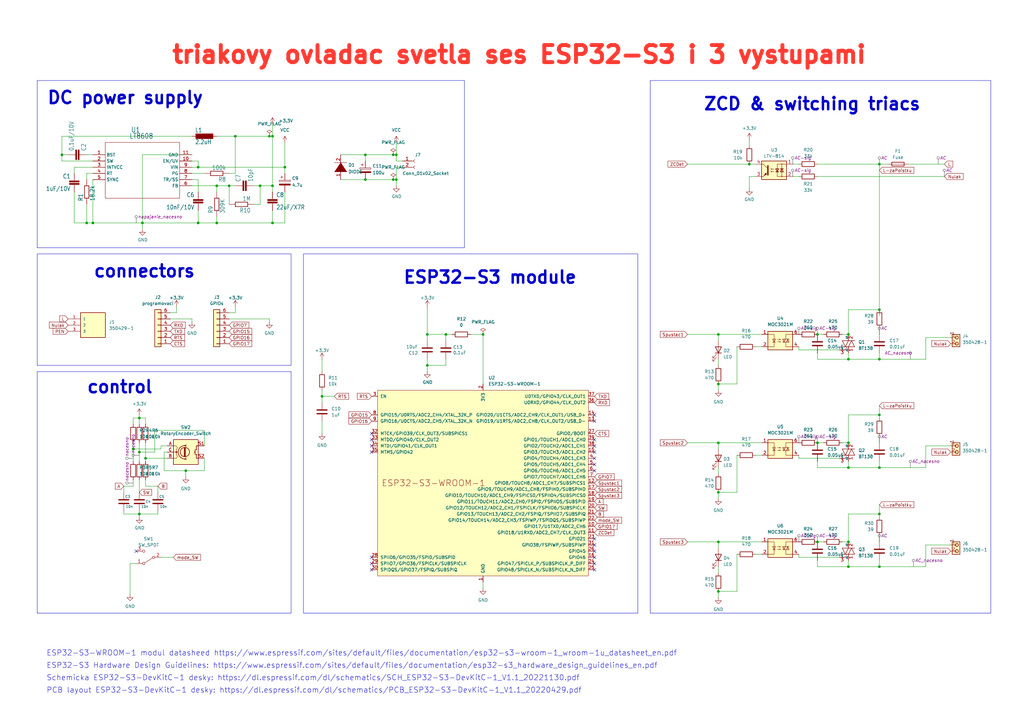
<source format=kicad_sch>
(kicad_sch (version 20230121) (generator eeschema)
  (paper "A3")
  (title_block (title "triakovi ovladac svetla ses esp32 i 3 vystupami"))
  (lib_symbols
    (symbol "350428-1:350428-1" (pin_names (offset 1.016))
      (property "Reference" "J" (at 5.0861 0 0))
      (property "Value" "350428-1" (at 5.0846 -3.8135 0))
      (symbol "350428-1_0_0"
        (text "1" (at -2.5429 -1.2715 0) (effects (font (size 1.2715 1.2715)) (justify left bottom)))
        (pin passive line (at 0 -2.54 90) (length 2.54) (name "~") (number "1"))
        (pin passive line (at 2.54 -2.54 90) (length 2.54) (name "~") (number "2"))
      )
    )
    (symbol "350429-1:350429-1" (pin_names (offset 1.016))
      (property "Reference" "J" (at -5.08 6.35 0))
      (property "Value" "350429-1" (at -5.08 -7.62 0))
      (symbol "350429-1_0_0"
        (pin passive line (at -10.16 2.54 0) (length 5.08) (name "1") (number "1"))
        (pin passive line (at -10.16 0 0) (length 5.08) (name "2") (number "2"))
        (pin passive line (at -10.16 -2.54 0) (length 5.08) (name "3") (number "3"))
      )
    )
    (symbol "Connector:Conn_01x02_Socket" (pin_names (offset 1.016) hide)
      (property "Reference" "J" (at 0 2.54 0))
      (property "Value" "Conn_01x02_Socket" (at 0 -5.08 0))
      (symbol "Conn_01x02_Socket_1_1"
        (pin passive line (at -5.08 0 0) (length 3.81) (name "Pin_1") (number "1"))
        (pin passive line (at -5.08 -2.54 0) (length 3.81) (name "Pin_2") (number "2"))
      )
    )
    (symbol "Connector_Generic:Conn_01x06" (pin_names (offset 1.016) hide)
      (property "Reference" "J" (at 0 7.62 0))
      (property "Value" "Conn_01x06" (at 0 -10.16 0))
      (symbol "Conn_01x06_1_1"
        (pin passive line (at -5.08 5.08 0) (length 3.81) (name "Pin_1") (number "1"))
        (pin passive line (at -5.08 2.54 0) (length 3.81) (name "Pin_2") (number "2"))
        (pin passive line (at -5.08 0 0) (length 3.81) (name "Pin_3") (number "3"))
        (pin passive line (at -5.08 -2.54 0) (length 3.81) (name "Pin_4") (number "4"))
        (pin passive line (at -5.08 -5.08 0) (length 3.81) (name "Pin_5") (number "5"))
        (pin passive line (at -5.08 -7.62 0) (length 3.81) (name "Pin_6") (number "6"))
      )
    )
    (symbol "Device:C" (pin_numbers hide) (pin_names (offset 0.254))
      (property "Reference" "C" (at 0.635 2.54 0))
      (property "Value" "C" (at 0.635 -2.54 0))
      (symbol "C_1_1"
        (pin passive line (at 0 3.81 270) (length 2.794) (name "~") (number "1"))
        (pin passive line (at 0 -3.81 90) (length 2.794) (name "~") (number "2"))
      )
    )
    (symbol "Device:C_Polarized" (pin_numbers hide) (pin_names (offset 0.254))
      (property "Reference" "C" (at 0.635 2.54 0))
      (property "Value" "C_Polarized" (at 0.635 -2.54 0))
      (symbol "C_Polarized_1_1"
        (pin passive line (at 0 3.81 270) (length 2.794) (name "~") (number "1"))
        (pin passive line (at 0 -3.81 90) (length 2.794) (name "~") (number "2"))
      )
    )
    (symbol "Device:Fuse" (pin_numbers hide) (pin_names (offset 0))
      (property "Reference" "F" (at 2.032 0 90))
      (property "Value" "Fuse" (at -1.905 0 90))
      (symbol "Fuse_1_1"
        (pin passive line (at 0 3.81 270) (length 1.27) (name "~") (number "1"))
        (pin passive line (at 0 -3.81 90) (length 1.27) (name "~") (number "2"))
      )
    )
    (symbol "Device:LED" (pin_numbers hide) (pin_names (offset 1.016) hide)
      (property "Reference" "D" (at 0 2.54 0))
      (property "Value" "LED" (at 0 -2.54 0))
      (symbol "LED_1_1"
        (pin passive line (at -3.81 0 0) (length 2.54) (name "K") (number "1"))
        (pin passive line (at 3.81 0 180) (length 2.54) (name "A") (number "2"))
      )
    )
    (symbol "Device:R" (pin_numbers hide) (pin_names (offset 0))
      (property "Reference" "R" (at 2.032 0 90))
      (property "Value" "R" (at 0 0 90))
      (symbol "R_1_1"
        (pin passive line (at 0 3.81 270) (length 1.27) (name "~") (number "1"))
        (pin passive line (at 0 -3.81 90) (length 1.27) (name "~") (number "2"))
      )
    )
    (symbol "Device:RotaryEncoder_Switch" (pin_names (offset 0.254) hide)
      (property "Reference" "SW" (at 0 6.604 0))
      (property "Value" "RotaryEncoder_Switch" (at 0 -6.604 0))
      (symbol "RotaryEncoder_Switch_1_1"
        (pin passive line (at -7.62 2.54 0) (length 2.54) (name "A") (number "A"))
        (pin passive line (at -7.62 -2.54 0) (length 2.54) (name "B") (number "B"))
        (pin passive line (at -7.62 0 0) (length 2.54) (name "C") (number "C"))
        (pin passive line (at 7.62 2.54 180) (length 2.54) (name "S1") (number "S1"))
        (pin passive line (at 7.62 -2.54 180) (length 2.54) (name "S2") (number "S2"))
      )
    )
    (symbol "Isolator:LTV-814" (pin_names (offset 1.016))
      (property "Reference" "U" (at -5.08 5.08 0))
      (property "Value" "LTV-814" (at 0 5.08 0))
      (symbol "LTV-814_1_1"
        (pin passive line (at -7.62 2.54 0) (length 2.54) (name "~") (number "1"))
        (pin passive line (at -7.62 -2.54 0) (length 2.54) (name "~") (number "2"))
        (pin passive line (at 7.62 -2.54 180) (length 2.54) (name "~") (number "3"))
        (pin passive line (at 7.62 2.54 180) (length 2.54) (name "~") (number "4"))
      )
    )
    (symbol "PCM_Espressif:ESP32-S3-WROOM-1" (pin_names (offset 1.016))
      (property "Reference" "U" (at -43.18 43.18 0))
      (property "Value" "ESP32-S3-WROOM-1" (at -43.18 40.64 0))
      (symbol "ESP32-S3-WROOM-1_0_0"
        (text "ESP32-S3-WROOM-1" (at -20.32 0 0) (effects (font (size 2.54 2.54))))
        (pin power_in line (at 0 -40.64 90) (length 2.54) (name "GND") (number "1"))
        (pin bidirectional line (at 45.72 -17.78 180) (length 2.54) (name "GPIO17/U1TXD/ADC2_CH6") (number "10"))
        (pin bidirectional line (at 45.72 -20.32 180) (length 2.54) (name "GPIO18/U1RXD/ADC2_CH7/CLK_OUT3") (number "11"))
        (pin bidirectional line (at 45.72 0 180) (length 2.54) (name "GPIO8/TOUCH8/ADC1_CH7/SUBSPICS1") (number "12"))
        (pin bidirectional line (at 45.72 25.4 180) (length 2.54) (name "GPIO19/U1RTS/ADC2_CH8/CLK_OUT2/USB_D-") (number "13"))
        (pin bidirectional line (at 45.72 27.94 180) (length 2.54) (name "GPIO20/U1CTS/ADC2_CH9/CLK_OUT1/USB_D+") (number "14"))
        (pin bidirectional line (at 45.72 12.7 180) (length 2.54) (name "GPIO3/TOUCH3/ADC1_CH2") (number "15"))
        (pin bidirectional line (at 45.72 -30.48 180) (length 2.54) (name "GPIO46") (number "16"))
        (pin bidirectional line (at 45.72 -2.54 180) (length 2.54) (name "GPIO9/TOUCH9/ADC1_CH8/FSPIHD/SUBSPIHD") (number "17"))
        (pin bidirectional line (at 45.72 -5.08 180) (length 2.54) (name "GPIO10/TOUCH10/ADC1_CH9/FSPICS0/FSPIIO4/SUBSPICS0") (number "18"))
        (pin bidirectional line (at 45.72 -7.62 180) (length 2.54) (name "GPIO11/TOUCH11/ADC2_CH0/FSPID/FSPIIO5/SUBSPID") (number "19"))
        (pin power_in line (at 0 40.64 270) (length 2.54) (name "3V3") (number "2"))
        (pin bidirectional line (at 45.72 -10.16 180) (length 2.54) (name "GPIO12/TOUCH12/ADC2_CH1/FSPICLK/FSPIIO6/SUBSPICLK") (number "20"))
        (pin bidirectional line (at 45.72 -12.7 180) (length 2.54) (name "GPIO13/TOUCH13/ADC2_CH2/FSPIQ/FSPIIO7/SUBSPIQ") (number "21"))
        (pin bidirectional line (at 45.72 -15.24 180) (length 2.54) (name "GPIO14/TOUCH14/ADC2_CH3/FSPIWP/FSPIDQS/SUBSPIWP") (number "22"))
        (pin bidirectional line (at 45.72 -22.86 180) (length 2.54) (name "GPIO21") (number "23"))
        (pin bidirectional line (at 45.72 -33.02 180) (length 2.54) (name "GPIO47/SPICLK_P/SUBSPICLK_P_DIFF") (number "24"))
        (pin bidirectional line (at 45.72 -35.56 180) (length 2.54) (name "GPIO48/SPICLK_N/SUBSPICLK_N_DIFF") (number "25"))
        (pin bidirectional line (at 45.72 -27.94 180) (length 2.54) (name "GPIO45") (number "26"))
        (pin bidirectional line (at 45.72 20.32 180) (length 2.54) (name "GPIO0/BOOT") (number "27"))
        (pin bidirectional line (at -45.72 -30.48 0) (length 2.54) (name "SPIIO6/GPIO35/FSPID/SUBSPID") (number "28"))
        (pin bidirectional line (at -45.72 -33.02 0) (length 2.54) (name "SPIIO7/GPIO36/FSPICLK/SUBSPICLK") (number "29"))
        (pin input line (at -45.72 35.56 0) (length 2.54) (name "EN") (number "3"))
        (pin bidirectional line (at -45.72 -35.56 0) (length 2.54) (name "SPIDQS/GPIO37/FSPIQ/SUBSPIQ") (number "30"))
        (pin bidirectional line (at 45.72 -25.4 180) (length 2.54) (name "GPIO38/FSPIWP/SUBSPIWP") (number "31"))
        (pin bidirectional line (at -45.72 20.32 0) (length 2.54) (name "MTCK/GPIO39/CLK_OUT3/SUBSPICS1") (number "32"))
        (pin bidirectional line (at -45.72 17.78 0) (length 2.54) (name "MTDO/GPIO40/CLK_OUT2") (number "33"))
        (pin bidirectional line (at -45.72 15.24 0) (length 2.54) (name "MTDI/GPIO41/CLK_OUT1") (number "34"))
        (pin bidirectional line (at -45.72 12.7 0) (length 2.54) (name "MTMS/GPIO42") (number "35"))
        (pin bidirectional line (at 45.72 33.02 180) (length 2.54) (name "U0RXD/GPIO44/CLK_OUT2") (number "36"))
        (pin bidirectional line (at 45.72 35.56 180) (length 2.54) (name "U0TXD/GPIO43/CLK_OUT1") (number "37"))
        (pin bidirectional line (at 45.72 15.24 180) (length 2.54) (name "GPIO2/TOUCH2/ADC1_CH1") (number "38"))
        (pin bidirectional line (at 45.72 17.78 180) (length 2.54) (name "GPIO1/TOUCH1/ADC1_CH0") (number "39"))
        (pin bidirectional line (at 45.72 10.16 180) (length 2.54) (name "GPIO4/TOUCH4/ADC1_CH3") (number "4"))
        (pin passive line (at 0 -40.64 90) (length 2.54) hide (name "GND") (number "40"))
        (pin passive line (at 0 -40.64 90) (length 2.54) hide (name "GND") (number "41"))
        (pin bidirectional line (at 45.72 7.62 180) (length 2.54) (name "GPIO5/TOUCH5/ADC1_CH4") (number "5"))
        (pin bidirectional line (at 45.72 5.08 180) (length 2.54) (name "GPIO6/TOUCH6/ADC1_CH5") (number "6"))
        (pin bidirectional line (at 45.72 2.54 180) (length 2.54) (name "GPIO7/TOUCH7/ADC1_CH6") (number "7"))
        (pin bidirectional line (at -45.72 27.94 0) (length 2.54) (name "GPIO15/U0RTS/ADC2_CH4/XTAL_32K_P") (number "8"))
        (pin bidirectional line (at -45.72 25.4 0) (length 2.54) (name "GPIO16/U0CTS/ADC2_CH5/XTAL_32K_N") (number "9"))
      )
    )
    (symbol "RC_station1_3-eagle-import:C-EUC0603K"
      (property "Reference" "C" (at 1.524 0.381 0))
      (property "Value" "C-EUC0603K" (at 1.524 -4.699 0))
      (symbol "C-EUC0603K_1_0"
        (pin passive line (at 0 2.54 270) (length 2.54) (name "1") (number "1"))
        (pin passive line (at 0 -5.08 90) (length 2.54) (name "2") (number "2"))
      )
    )
    (symbol "RC_station1_3-eagle-import:C-EUC1206K"
      (property "Reference" "C" (at 1.524 0.381 0))
      (property "Value" "C-EUC1206K" (at 1.524 -4.699 0))
      (symbol "C-EUC1206K_1_0"
        (pin passive line (at 0 2.54 270) (length 2.54) (name "1") (number "1"))
        (pin passive line (at 0 -5.08 90) (length 2.54) (name "2") (number "2"))
      )
    )
    (symbol "RC_station1_3-eagle-import:L-EUL3225M"
      (property "Reference" "L" (at -1.4986 -3.81 90))
      (property "Value" "L-EUL3225M" (at 3.302 -3.81 90))
      (symbol "L-EUL3225M_1_0"
        (pin passive line (at 0 5.08 270) (length 2.54) (name "1") (number "1"))
        (pin passive line (at 0 -5.08 90) (length 2.54) (name "2") (number "2"))
      )
    )
    (symbol "RC_station1_3-eagle-import:LT8608"
      (property "Value" "LT8608" (at -5.3594 11.6586 0))
      (symbol "LT8608_1_0"
        (pin input line (at -20.32 5.08 0) (length 5.08) (name "BST") (number "1"))
        (pin passive line (at 20.32 2.54 180) (length 5.08) (name "EN/UV") (number "10"))
        (pin power_in line (at 20.32 5.08 180) (length 5.08) (name "GND") (number "11"))
        (pin output line (at -20.32 2.54 0) (length 5.08) (name "SW") (number "2"))
        (pin passive line (at -20.32 0 0) (length 5.08) (name "INTVCC") (number "3"))
        (pin passive line (at -20.32 -2.54 0) (length 5.08) (name "RT") (number "4"))
        (pin input line (at -20.32 -5.08 0) (length 5.08) (name "SYNC") (number "5"))
        (pin passive line (at 20.32 -7.62 180) (length 5.08) (name "FB") (number "6"))
        (pin output line (at 20.32 -5.08 180) (length 5.08) (name "TR/SS") (number "7"))
        (pin output line (at 20.32 -2.54 180) (length 5.08) (name "PG") (number "8"))
        (pin input line (at 20.32 0 180) (length 5.08) (name "VIN") (number "9"))
      )
    )
    (symbol "RC_station1_3-eagle-import:R-EU_R0603"
      (property "Reference" "R" (at -3.81 1.4986 0))
      (property "Value" "R-EU_R0603" (at -3.81 -3.302 0))
      (symbol "R-EU_R0603_1_0"
        (pin passive line (at -5.08 0 0) (length 2.54) (name "1") (number "1"))
        (pin passive line (at 5.08 0 180) (length 2.54) (name "2") (number "2"))
      )
    )
    (symbol "Relay_SolidState:MOC3021M"
      (property "Reference" "U" (at -5.334 4.826 0))
      (property "Value" "MOC3021M" (at 0 5.08 0))
      (symbol "MOC3021M_1_1"
        (pin passive line (at -7.62 2.54 0) (length 2.54) (name "~") (number "1"))
        (pin passive line (at -7.62 -2.54 0) (length 2.54) (name "~") (number "2"))
        (pin no_connect line (at -5.08 0 0) (length 2.54) hide (name "NC") (number "3"))
        (pin passive line (at 7.62 -2.54 180) (length 2.54) (name "~") (number "4"))
        (pin no_connect line (at 5.08 0 180) (length 2.54) hide (name "NC") (number "5"))
        (pin passive line (at 7.62 2.54 180) (length 2.54) (name "~") (number "6"))
      )
    )
    (symbol "Switch:SW_SPDT" (pin_names (offset 0) hide)
      (property "Reference" "SW" (at 0 4.318 0))
      (property "Value" "SW_SPDT" (at 0 -5.08 0))
      (symbol "SW_SPDT_1_1"
        (pin passive line (at 5.08 2.54 180) (length 2.54) (name "A") (number "1"))
        (pin passive line (at -5.08 0 0) (length 2.54) (name "B") (number "2"))
        (pin passive line (at 5.08 -2.54 180) (length 2.54) (name "C") (number "3"))
      )
    )
    (symbol "Triac_Thyristor:BT138-600" (pin_names (offset 0))
      (property "Reference" "Q" (at 5.08 1.905 0))
      (property "Value" "BT138-600" (at 5.08 0 0))
      (symbol "BT138-600_1_1"
        (pin passive line (at 0 -3.81 90) (length 2.54) (name "A1") (number "1"))
        (pin passive line (at 0 3.81 270) (length 2.54) (name "A2") (number "2"))
        (pin input line (at -3.81 -2.54 0) (length 2.54) (name "G") (number "3"))
      )
    )
    (symbol "VCC_1" (power) (pin_names (offset 0))
      (property "Value" "VCC_1" (at 0 3.81 0))
      (symbol "VCC_1_1_1"
        (pin power_in line (at 0 0 90) (length 0) hide (name "VCC") (number "1"))
      )
    )
    (symbol "power:+3.3V" (power) (pin_names (offset 0))
      (property "Value" "+3.3V" (at 0 3.556 0))
      (symbol "+3.3V_1_1"
        (pin power_in line (at 0 0 90) (length 0) hide (name "+3.3V") (number "1"))
      )
    )
    (symbol "power:GND" (power) (pin_names (offset 0))
      (property "Value" "GND" (at 0 -3.81 0))
      (symbol "GND_1_1"
        (pin power_in line (at 0 0 270) (length 0) hide (name "GND") (number "1"))
      )
    )
    (symbol "power:PWR_FLAG" (power) (pin_numbers hide) (pin_names (offset 0) hide)
      (property "Value" "PWR_FLAG" (at 0 3.81 0))
      (symbol "PWR_FLAG_0_0"
        (pin power_out line (at 0 0 90) (length 0) (name "pwr") (number "1"))
      )
    )
    (symbol "pspice:DIODE" (pin_names (offset 1.016) hide)
      (property "Reference" "D" (at 0 3.81 0))
      (property "Value" "DIODE" (at 0 -4.445 0))
      (symbol "DIODE_1_1"
        (pin input line (at -5.08 0 0) (length 3.81) (name "K") (number "1"))
        (pin input line (at 5.08 0 180) (length 3.81) (name "A") (number "2"))
      )
    )
  )
  (junction (at 360.68 232.41))
  (junction (at 59.69 187.96))
  (junction (at 175.26 137.16))
  (junction (at 106.68 76.2))
  (junction (at 347.98 137.16))
  (junction (at 294.64 157.48))
  (junction (at 149.86 63.5))
  (junction (at 81.28 91.44))
  (junction (at 81.28 68.58))
  (junction (at 294.64 222.25))
  (junction (at 347.98 232.41))
  (junction (at 294.64 242.57))
  (junction (at 198.12 137.16))
  (junction (at 307.34 67.31))
  (junction (at 360.68 170.18))
  (junction (at 162.56 63.5))
  (junction (at 54.61 184.15))
  (junction (at 88.9 76.2))
  (junction (at 96.52 55.88))
  (junction (at 76.2 193.04))
  (junction (at 335.28 181.61))
  (junction (at 182.88 137.16))
  (junction (at 57.15 185.42))
  (junction (at 347.98 147.32))
  (junction (at 110.49 55.88))
  (junction (at 38.1 91.44))
  (junction (at 88.9 91.44))
  (junction (at 347.98 191.77))
  (junction (at 132.08 162.56))
  (junction (at 294.64 201.93))
  (junction (at 335.28 137.16))
  (junction (at 161.29 63.5))
  (junction (at 360.68 191.77))
  (junction (at 360.68 147.32))
  (junction (at 111.76 91.44))
  (junction (at 360.68 67.31))
  (junction (at 57.15 210.82))
  (junction (at 335.28 222.25))
  (junction (at 360.68 210.82))
  (junction (at 161.29 73.66))
  (junction (at 162.56 73.66))
  (junction (at 149.86 73.66))
  (junction (at 58.42 91.44))
  (junction (at 35.56 91.44))
  (junction (at 294.64 181.61))
  (junction (at 111.76 76.2))
  (junction (at 294.64 137.16))
  (junction (at 111.76 55.88))
  (junction (at 360.68 127))
  (junction (at 57.15 171.45))
  (junction (at 347.98 222.25))
  (junction (at 347.98 181.61))
  (junction (at 116.84 68.58))
  (junction (at 25.4 63.5))
  (junction (at 175.26 149.86))
  (junction (at 93.98 76.2))
  (no_connect (at 243.84 185.42))
  (no_connect (at 243.84 172.72))
  (no_connect (at 152.4 177.8))
  (no_connect (at 152.4 233.68))
  (no_connect (at 152.4 231.14))
  (no_connect (at 243.84 226.06))
  (no_connect (at 243.84 231.14))
  (no_connect (at 243.84 220.98))
  (no_connect (at 243.84 193.04))
  (no_connect (at 243.84 187.96))
  (no_connect (at 152.4 182.88))
  (no_connect (at 243.84 223.52))
  (no_connect (at 243.84 170.18))
  (no_connect (at 152.4 185.42))
  (no_connect (at 243.84 182.88))
  (no_connect (at 243.84 190.5))
  (no_connect (at 152.4 180.34))
  (no_connect (at 152.4 228.6))
  (no_connect (at 243.84 228.6))
  (no_connect (at 243.84 180.34))
  (no_connect (at 55.88 226.06))
  (no_connect (at 243.84 233.68))
  (wire (pts (xy 132.08 162.56) (xy 132.08 165.1)))
  (wire (pts (xy 67.31 193.04) (xy 76.2 193.04)))
  (wire (pts (xy 57.15 171.45) (xy 57.15 173.99)))
  (wire (pts (xy 35.56 63.5) (xy 38.1 63.5)))
  (wire (pts (xy 347.98 191.77) (xy 360.68 191.77)))
  (wire (pts (xy 54.61 173.99) (xy 54.61 171.45)))
  (wire (pts (xy 104.14 76.2) (xy 106.68 76.2)))
  (wire (pts (xy 294.64 137.16) (xy 312.42 137.16)))
  (wire (pts (xy 360.68 134.62) (xy 360.68 137.16)))
  (wire (pts (xy 302.26 242.57) (xy 302.26 227.33)))
  (polyline (pts (xy 190.5 101.6) (xy 15.24 101.6)))
  (wire (pts (xy 38.1 68.58) (xy 30.48 68.58)))
  (wire (pts (xy 379.73 147.32) (xy 360.68 147.32)))
  (wire (pts (xy 294.64 242.57) (xy 302.26 242.57)))
  (wire (pts (xy 372.11 67.31) (xy 387.35 67.31)))
  (wire (pts (xy 96.52 125.73) (xy 96.52 128.27)))
  (wire (pts (xy 360.68 207.01) (xy 360.68 210.82)))
  (wire (pts (xy 294.64 137.16) (xy 294.64 139.7)))
  (wire (pts (xy 139.7 73.66) (xy 149.86 73.66)))
  (wire (pts (xy 360.68 232.41) (xy 360.68 229.87)))
  (wire (pts (xy 58.42 63.5) (xy 58.42 91.44)))
  (wire (pts (xy 93.98 76.2) (xy 96.52 76.2)))
  (wire (pts (xy 360.68 67.31) (xy 360.68 127)))
  (wire (pts (xy 50.8 199.39) (xy 54.61 199.39)))
  (wire (pts (xy 53.34 231.14) (xy 55.88 231.14)))
  (wire (pts (xy 149.86 73.66) (xy 161.29 73.66)))
  (wire (pts (xy 294.64 201.93) (xy 302.26 201.93)))
  (wire (pts (xy 59.69 199.39) (xy 64.77 199.39)))
  (wire (pts (xy 35.56 71.12) (xy 35.56 73.66)))
  (wire (pts (xy 302.26 157.48) (xy 302.26 142.24)))
  (wire (pts (xy 162.56 66.04) (xy 162.56 63.5)))
  (wire (pts (xy 38.1 91.44) (xy 58.42 91.44)))
  (wire (pts (xy 59.69 181.61) (xy 59.69 187.96)))
  (wire (pts (xy 335.28 181.61) (xy 337.82 181.61)))
  (wire (pts (xy 379.73 223.52) (xy 379.73 232.41)))
  (wire (pts (xy 325.12 67.31) (xy 327.66 67.31)))
  (wire (pts (xy 78.74 130.81) (xy 78.74 132.08)))
  (wire (pts (xy 347.98 137.16) (xy 347.98 127)))
  (wire (pts (xy 294.64 147.32) (xy 294.64 149.86)))
  (wire (pts (xy 347.98 210.82) (xy 347.98 222.25)))
  (wire (pts (xy 360.68 219.71) (xy 360.68 222.25)))
  (wire (pts (xy 307.34 57.15) (xy 307.34 59.69)))
  (wire (pts (xy 57.15 181.61) (xy 57.15 185.42)))
  (wire (pts (xy 389.89 138.43) (xy 379.73 138.43)))
  (wire (pts (xy 162.56 58.42) (xy 162.56 63.5)))
  (wire (pts (xy 149.86 66.04) (xy 149.86 63.5)))
  (wire (pts (xy 335.28 229.87) (xy 335.28 232.41)))
  (wire (pts (xy 30.48 68.58) (xy 30.48 71.12)))
  (wire (pts (xy 347.98 147.32) (xy 360.68 147.32)))
  (wire (pts (xy 132.08 162.56) (xy 137.16 162.56)))
  (wire (pts (xy 64.77 199.39) (xy 64.77 201.93)))
  (wire (pts (xy 111.76 86.36) (xy 111.76 91.44)))
  (wire (pts (xy 96.52 55.88) (xy 110.49 55.88)))
  (wire (pts (xy 335.28 72.39) (xy 387.35 72.39)))
  (wire (pts (xy 327.66 143.51) (xy 344.17 143.51)))
  (wire (pts (xy 335.28 222.25) (xy 337.82 222.25)))
  (wire (pts (xy 175.26 137.16) (xy 175.26 139.7)))
  (wire (pts (xy 111.76 76.2) (xy 111.76 55.88)))
  (wire (pts (xy 198.12 137.16) (xy 198.12 157.48)))
  (wire (pts (xy 25.4 66.04) (xy 25.4 63.5)))
  (wire (pts (xy 327.66 228.6) (xy 327.66 227.33)))
  (wire (pts (xy 175.26 137.16) (xy 182.88 137.16)))
  (wire (pts (xy 88.9 91.44) (xy 81.28 91.44)))
  (wire (pts (xy 294.64 181.61) (xy 294.64 184.15)))
  (wire (pts (xy 106.68 76.2) (xy 111.76 76.2)))
  (wire (pts (xy 106.68 83.82) (xy 104.14 83.82)))
  (wire (pts (xy 81.28 66.04) (xy 81.28 68.58)))
  (polyline (pts (xy 15.24 33.02) (xy 15.24 101.6)))
  (wire (pts (xy 335.28 191.77) (xy 347.98 191.77)))
  (wire (pts (xy 81.28 86.36) (xy 81.28 91.44)))
  (wire (pts (xy 116.84 78.74) (xy 116.84 91.44)))
  (wire (pts (xy 54.61 184.15) (xy 54.61 189.23)))
  (wire (pts (xy 347.98 144.78) (xy 347.98 147.32)))
  (wire (pts (xy 111.76 76.2) (xy 111.76 78.74)))
  (wire (pts (xy 302.26 201.93) (xy 302.26 186.69)))
  (wire (pts (xy 161.29 73.66) (xy 162.56 73.66)))
  (wire (pts (xy 379.73 138.43) (xy 379.73 147.32)))
  (wire (pts (xy 325.12 72.39) (xy 327.66 72.39)))
  (polyline (pts (xy 190.5 33.02) (xy 190.5 101.6)))
  (wire (pts (xy 81.28 68.58) (xy 116.84 68.58)))
  (wire (pts (xy 54.61 199.39) (xy 54.61 196.85)))
  (wire (pts (xy 35.56 83.82) (xy 35.56 91.44)))
  (wire (pts (xy 162.56 76.2) (xy 162.56 73.66)))
  (wire (pts (xy 69.85 130.81) (xy 78.74 130.81)))
  (wire (pts (xy 111.76 55.88) (xy 111.76 50.8)))
  (wire (pts (xy 66.04 182.88) (xy 66.04 184.15)))
  (wire (pts (xy 347.98 189.23) (xy 347.98 191.77)))
  (wire (pts (xy 81.28 68.58) (xy 78.74 68.58)))
  (wire (pts (xy 309.88 142.24) (xy 312.42 142.24)))
  (wire (pts (xy 360.68 67.31) (xy 364.49 67.31)))
  (wire (pts (xy 182.88 137.16) (xy 185.42 137.16)))
  (wire (pts (xy 50.8 210.82) (xy 57.15 210.82)))
  (wire (pts (xy 294.64 232.41) (xy 294.64 234.95)))
  (wire (pts (xy 360.68 170.18) (xy 347.98 170.18)))
  (wire (pts (xy 53.34 231.14) (xy 53.34 243.84)))
  (wire (pts (xy 69.85 128.27) (xy 72.39 128.27)))
  (wire (pts (xy 294.64 222.25) (xy 312.42 222.25)))
  (wire (pts (xy 132.08 172.72) (xy 132.08 177.8)))
  (wire (pts (xy 27.94 63.5) (xy 25.4 63.5)))
  (wire (pts (xy 38.1 66.04) (xy 25.4 66.04)))
  (wire (pts (xy 175.26 149.86) (xy 182.88 149.86)))
  (wire (pts (xy 72.39 125.73) (xy 72.39 128.27)))
  (wire (pts (xy 379.73 182.88) (xy 379.73 191.77)))
  (wire (pts (xy 335.28 147.32) (xy 347.98 147.32)))
  (wire (pts (xy 96.52 55.88) (xy 88.9 55.88)))
  (wire (pts (xy 25.4 63.5) (xy 25.4 55.88)))
  (wire (pts (xy 149.86 63.5) (xy 161.29 63.5)))
  (wire (pts (xy 307.34 72.39) (xy 307.34 77.47)))
  (wire (pts (xy 175.26 149.86) (xy 175.26 152.4)))
  (wire (pts (xy 360.68 179.07) (xy 360.68 181.61)))
  (wire (pts (xy 78.74 76.2) (xy 88.9 76.2)))
  (wire (pts (xy 67.31 185.42) (xy 67.31 193.04)))
  (wire (pts (xy 88.9 76.2) (xy 93.98 76.2)))
  (wire (pts (xy 307.34 67.31) (xy 309.88 67.31)))
  (wire (pts (xy 347.98 229.87) (xy 347.98 232.41)))
  (polyline (pts (xy 15.24 33.02) (xy 190.5 33.02)))
  (wire (pts (xy 162.56 68.58) (xy 162.56 73.66)))
  (wire (pts (xy 294.64 157.48) (xy 294.64 160.02)))
  (wire (pts (xy 175.26 125.73) (xy 175.26 137.16)))
  (wire (pts (xy 345.44 181.61) (xy 347.98 181.61)))
  (wire (pts (xy 198.12 238.76) (xy 198.12 241.3)))
  (wire (pts (xy 294.64 191.77) (xy 294.64 194.31)))
  (wire (pts (xy 57.15 185.42) (xy 63.5 185.42)))
  (wire (pts (xy 379.73 232.41) (xy 360.68 232.41)))
  (wire (pts (xy 182.88 149.86) (xy 182.88 147.32)))
  (wire (pts (xy 161.29 63.5) (xy 162.56 63.5)))
  (wire (pts (xy 309.88 186.69) (xy 312.42 186.69)))
  (wire (pts (xy 360.68 171.45) (xy 360.68 170.18)))
  (wire (pts (xy 93.98 76.2) (xy 93.98 83.82)))
  (wire (pts (xy 30.48 91.44) (xy 35.56 91.44)))
  (wire (pts (xy 67.31 185.42) (xy 68.58 185.42)))
  (wire (pts (xy 76.2 195.58) (xy 76.2 193.04)))
  (wire (pts (xy 347.98 210.82) (xy 360.68 210.82)))
  (wire (pts (xy 66.04 228.6) (xy 71.12 228.6)))
  (wire (pts (xy 116.84 71.12) (xy 116.84 68.58)))
  (wire (pts (xy 35.56 91.44) (xy 38.1 91.44)))
  (wire (pts (xy 57.15 196.85) (xy 57.15 201.93)))
  (wire (pts (xy 175.26 147.32) (xy 175.26 149.86)))
  (wire (pts (xy 344.17 187.96) (xy 327.66 187.96)))
  (wire (pts (xy 344.17 228.6) (xy 327.66 228.6)))
  (wire (pts (xy 57.15 209.55) (xy 57.15 210.82)))
  (wire (pts (xy 335.28 189.23) (xy 335.28 191.77)))
  (wire (pts (xy 193.04 137.16) (xy 198.12 137.16)))
  (wire (pts (xy 360.68 210.82) (xy 360.68 212.09)))
  (wire (pts (xy 106.68 76.2) (xy 106.68 83.82)))
  (wire (pts (xy 93.98 71.12) (xy 96.52 71.12)))
  (wire (pts (xy 281.94 222.25) (xy 294.64 222.25)))
  (wire (pts (xy 50.8 201.93) (xy 50.8 199.39)))
  (wire (pts (xy 360.68 129.54) (xy 360.68 127)))
  (wire (pts (xy 116.84 91.44) (xy 111.76 91.44)))
  (wire (pts (xy 64.77 209.55) (xy 64.77 210.82)))
  (wire (pts (xy 96.52 71.12) (xy 96.52 55.88)))
  (wire (pts (xy 347.98 127) (xy 360.68 127)))
  (wire (pts (xy 327.66 142.24) (xy 327.66 143.51)))
  (wire (pts (xy 347.98 232.41) (xy 360.68 232.41)))
  (wire (pts (xy 63.5 176.53) (xy 63.5 185.42)))
  (wire (pts (xy 182.88 137.16) (xy 182.88 139.7)))
  (wire (pts (xy 111.76 91.44) (xy 88.9 91.44)))
  (wire (pts (xy 294.64 222.25) (xy 294.64 224.79)))
  (wire (pts (xy 38.1 73.66) (xy 38.1 91.44)))
  (wire (pts (xy 50.8 209.55) (xy 50.8 210.82)))
  (wire (pts (xy 327.66 187.96) (xy 327.66 186.69)))
  (wire (pts (xy 162.56 66.04) (xy 165.1 66.04)))
  (wire (pts (xy 30.48 78.74) (xy 30.48 91.44)))
  (wire (pts (xy 281.94 181.61) (xy 294.64 181.61)))
  (wire (pts (xy 81.28 91.44) (xy 58.42 91.44)))
  (wire (pts (xy 281.94 67.31) (xy 307.34 67.31)))
  (wire (pts (xy 309.88 227.33) (xy 312.42 227.33)))
  (wire (pts (xy 58.42 91.44) (xy 58.42 93.98)))
  (wire (pts (xy 59.69 196.85) (xy 59.69 199.39)))
  (wire (pts (xy 78.74 71.12) (xy 83.82 71.12)))
  (wire (pts (xy 83.82 176.53) (xy 83.82 182.88)))
  (wire (pts (xy 25.4 55.88) (xy 78.74 55.88)))
  (wire (pts (xy 59.69 187.96) (xy 59.69 189.23)))
  (wire (pts (xy 116.84 58.42) (xy 116.84 68.58)))
  (wire (pts (xy 54.61 171.45) (xy 57.15 171.45)))
  (wire (pts (xy 281.94 137.16) (xy 294.64 137.16)))
  (wire (pts (xy 294.64 242.57) (xy 294.64 245.11)))
  (wire (pts (xy 132.08 160.02) (xy 132.08 162.56)))
  (wire (pts (xy 139.7 63.5) (xy 149.86 63.5)))
  (wire (pts (xy 88.9 76.2) (xy 88.9 78.74)))
  (wire (pts (xy 379.73 191.77) (xy 360.68 191.77)))
  (wire (pts (xy 345.44 222.25) (xy 347.98 222.25)))
  (wire (pts (xy 54.61 181.61) (xy 54.61 184.15)))
  (wire (pts (xy 294.64 157.48) (xy 302.26 157.48)))
  (wire (pts (xy 360.68 191.77) (xy 360.68 189.23)))
  (wire (pts (xy 38.1 71.12) (xy 35.56 71.12)))
  (wire (pts (xy 66.04 184.15) (xy 54.61 184.15)))
  (wire (pts (xy 347.98 170.18) (xy 347.98 181.61)))
  (wire (pts (xy 132.08 147.32) (xy 132.08 152.4)))
  (wire (pts (xy 165.1 68.58) (xy 162.56 68.58)))
  (wire (pts (xy 345.44 137.16) (xy 347.98 137.16)))
  (wire (pts (xy 335.28 232.41) (xy 347.98 232.41)))
  (wire (pts (xy 78.74 73.66) (xy 81.28 73.66)))
  (wire (pts (xy 335.28 67.31) (xy 360.68 67.31)))
  (wire (pts (xy 83.82 176.53) (xy 63.5 176.53)))
  (wire (pts (xy 335.28 137.16) (xy 337.82 137.16)))
  (wire (pts (xy 335.28 144.78) (xy 335.28 147.32)))
  (wire (pts (xy 57.15 185.42) (xy 57.15 189.23)))
  (wire (pts (xy 76.2 193.04) (xy 83.82 193.04)))
  (wire (pts (xy 78.74 66.04) (xy 81.28 66.04)))
  (wire (pts (xy 78.74 63.5) (xy 58.42 63.5)))
  (wire (pts (xy 389.89 223.52) (xy 379.73 223.52)))
  (wire (pts (xy 110.49 55.88) (xy 111.76 55.88)))
  (wire (pts (xy 83.82 193.04) (xy 83.82 187.96)))
  (wire (pts (xy 294.64 181.61) (xy 312.42 181.61)))
  (wire (pts (xy 59.69 173.99) (xy 59.69 171.45)))
  (wire (pts (xy 93.98 128.27) (xy 96.52 128.27)))
  (wire (pts (xy 93.98 130.81) (xy 110.49 130.81)))
  (wire (pts (xy 360.68 166.37) (xy 360.68 170.18)))
  (wire (pts (xy 66.04 182.88) (xy 68.58 182.88)))
  (wire (pts (xy 88.9 88.9) (xy 88.9 91.44)))
  (wire (pts (xy 110.49 130.81) (xy 110.49 132.08)))
  (wire (pts (xy 59.69 187.96) (xy 68.58 187.96)))
  (wire (pts (xy 57.15 170.18) (xy 57.15 171.45)))
  (wire (pts (xy 309.88 72.39) (xy 307.34 72.39)))
  (wire (pts (xy 294.64 201.93) (xy 294.64 204.47)))
  (wire (pts (xy 389.89 182.88) (xy 379.73 182.88)))
  (wire (pts (xy 360.68 147.32) (xy 360.68 144.78)))
  (wire (pts (xy 57.15 210.82) (xy 57.15 212.09)))
  (wire (pts (xy 59.69 171.45) (xy 57.15 171.45)))
  (wire (pts (xy 81.28 73.66) (xy 81.28 78.74)))
  (wire (pts (xy 57.15 210.82) (xy 64.77 210.82)))
  (rectangle (start 266.7 33.02) (end 406.4 251.46))
  (rectangle (start 15.24 152.4) (end 119.38 251.46))
  (rectangle (start 15.24 104.14) (end 119.38 149.86))
  (rectangle (start 124.46 104.14) (end 261.62 251.46))
  (text "ZCD & switching triacs\n" (at 288.29 45.72 0) (effects (font (size 5 5) bold) (justify left bottom)))
  (text "Schemicka ESP32-S3-DevKitC-1 desky: https://dl.espressif.com/dl/schematics/SCH_ESP32-S3-DevKitC-1_V1.1_20221130.pdf" (at 19.05 279.4 0) (effects (font (size 2.2 2.2)) (justify left bottom)))
  (text "ESP32-S3 Hardware Design Guidelines: https://www.espressif.com/sites/default/files/documentation/esp32-s3_hardware_design_guidelines_en.pdf" (at 19.05 274.32 0) (effects (font (size 2.2 2.2)) (justify left bottom)))
  (text "DC power supply" (at 19.05 43.18 0) (effects (font (size 5 5) bold) (justify left bottom)))
  (text "triakovy ovladac svetla ses ESP32-S3 i 3 vystupami" (at 69.85 26.67 0) (effects (font (size 7 7) (thickness 1.6) bold) (justify left bottom)))
  (text "ESP32-S3 module" (at 165.1 116.84 0) (effects (font (size 5 5) bold) (justify left bottom)))
  (text "control" (at 35.306 161.798 0) (effects (font (size 5 5) bold) (justify left bottom)))
  (text "PCB layout ESP32-S3-DevKitC-1 desky: https://dl.espressif.com/dl/schematics/PCB_ESP32-S3-DevKitC-1_V1.1_20220429.pdf" (at 19.05 284.48 0) (effects (font (size 2.2 2.2)) (justify left bottom)))
  (text "connectors" (at 38.1 114.3 0) (effects (font (size 5 5) bold) (justify left bottom)))
  (text "ESP32-S3-WROOM-1 modul datasheed https://www.espressif.com/sites/default/files/documentation/esp32-s3-wroom-1_wroom-1u_datasheet_en.pdf" (at 19.05 269.24 0) (effects (font (size 2.2 2.2)) (justify left bottom)))
  (global_label "RTS" (shape input) (at 69.85 138.43 0) (property "Intersheetrefs" "${INTERSHEET_REFS}" (effects hide)))
  (global_label "CTS" (shape input) (at 243.84 177.8 0) (property "Intersheetrefs" "${INTERSHEET_REFS}" (effects hide)))
  (global_label "Spustac1" (shape input) (at 281.94 137.16 180) (property "Intersheetrefs" "${INTERSHEET_REFS}" (effects hide)))
  (global_label "mode_SW" (shape input) (at 71.12 228.6 0) (property "Intersheetrefs" "${INTERSHEET_REFS}" (effects hide)))
  (global_label "Spustac3" (shape input) (at 281.94 222.25 180) (property "Intersheetrefs" "${INTERSHEET_REFS}" (effects hide)))
  (global_label "GPIO16" (shape input) (at 93.98 138.43 0) (property "Intersheetrefs" "${INTERSHEET_REFS}" (effects hide)))
  (global_label "GPIO7" (shape input) (at 93.98 133.35 0) (property "Intersheetrefs" "${INTERSHEET_REFS}" (effects hide)))
  (global_label "RXD" (shape input) (at 243.84 165.1 0) (property "Intersheetrefs" "${INTERSHEET_REFS}" (effects hide)))
  (global_label "Nulak" (shape input) (at 27.94 133.35 180) (property "Intersheetrefs" "${INTERSHEET_REFS}" (effects hide)))
  (global_label "L" (shape input) (at 387.35 67.31 0) (property "Intersheetrefs" "${INTERSHEET_REFS}" (effects hide)))
  (global_label "A" (shape input) (at 50.8 199.39 180) (property "Intersheetrefs" "${INTERSHEET_REFS}" (effects hide)))
  (global_label "TXD" (shape input) (at 69.85 135.89 0) (property "Intersheetrefs" "${INTERSHEET_REFS}" (effects hide)))
  (global_label "CTS" (shape input) (at 69.85 140.97 0) (property "Intersheetrefs" "${INTERSHEET_REFS}" (effects hide)))
  (global_label "Nulak" (shape input) (at 389.89 185.42 180) (property "Intersheetrefs" "${INTERSHEET_REFS}" (effects hide)))
  (global_label "mode_SW" (shape input) (at 243.84 213.36 0) (property "Intersheetrefs" "${INTERSHEET_REFS}" (effects hide)))
  (global_label "GPIO16" (shape input) (at 152.4 172.72 180) (property "Intersheetrefs" "${INTERSHEET_REFS}" (effects hide)))
  (global_label "A" (shape input) (at 243.84 205.74 0) (property "Intersheetrefs" "${INTERSHEET_REFS}" (effects hide)))
  (global_label "Nulak" (shape input) (at 389.89 140.97 180) (property "Intersheetrefs" "${INTERSHEET_REFS}" (effects hide)))
  (global_label "GPIO15" (shape input) (at 93.98 135.89 0) (property "Intersheetrefs" "${INTERSHEET_REFS}" (effects hide)))
  (global_label "RTS" (shape input) (at 152.4 162.56 180) (property "Intersheetrefs" "${INTERSHEET_REFS}" (effects hide)))
  (global_label "B" (shape input) (at 243.84 210.82 0) (property "Intersheetrefs" "${INTERSHEET_REFS}" (effects hide)))
  (global_label "ZCDet" (shape input) (at 243.84 218.44 0) (property "Intersheetrefs" "${INTERSHEET_REFS}" (effects hide)))
  (global_label "B" (shape input) (at 64.77 199.39 0) (property "Intersheetrefs" "${INTERSHEET_REFS}" (effects hide)))
  (global_label "L" (shape input) (at 27.94 130.81 180) (property "Intersheetrefs" "${INTERSHEET_REFS}" (effects hide)))
  (global_label "RTS" (shape input) (at 137.16 162.56 0) (property "Intersheetrefs" "${INTERSHEET_REFS}" (effects hide)))
  (global_label "L-zaPoistku" (shape input) (at 360.68 166.37 0) (property "Intersheetrefs" "${INTERSHEET_REFS}" (effects hide)))
  (global_label "Nulak" (shape input) (at 387.35 72.39 0) (property "Intersheetrefs" "${INTERSHEET_REFS}" (effects hide)))
  (global_label "SW" (shape input) (at 57.15 201.93 0) (property "Intersheetrefs" "${INTERSHEET_REFS}" (effects hide)))
  (global_label "Spustac3" (shape input) (at 243.84 203.2 0) (property "Intersheetrefs" "${INTERSHEET_REFS}" (effects hide)))
  (global_label "GPIO15" (shape input) (at 152.4 170.18 180) (property "Intersheetrefs" "${INTERSHEET_REFS}" (effects hide)))
  (global_label "TXD" (shape input) (at 243.84 162.56 0) (property "Intersheetrefs" "${INTERSHEET_REFS}" (effects hide)))
  (global_label "Nulak" (shape input) (at 389.89 226.06 180) (property "Intersheetrefs" "${INTERSHEET_REFS}" (effects hide)))
  (global_label "GPIO7" (shape input) (at 243.84 195.58 0) (property "Intersheetrefs" "${INTERSHEET_REFS}" (effects hide)))
  (global_label "Spustac2" (shape input) (at 243.84 200.66 0) (property "Intersheetrefs" "${INTERSHEET_REFS}" (effects hide)))
  (global_label "GPIO17" (shape input) (at 93.98 140.97 0) (property "Intersheetrefs" "${INTERSHEET_REFS}" (effects hide)))
  (global_label "L-zaPoistku" (shape input) (at 360.68 207.01 0) (property "Intersheetrefs" "${INTERSHEET_REFS}" (effects hide)))
  (global_label "Spustac2" (shape input) (at 281.94 181.61 180) (property "Intersheetrefs" "${INTERSHEET_REFS}" (effects hide)))
  (global_label "GPIO17" (shape input) (at 243.84 215.9 0) (property "Intersheetrefs" "${INTERSHEET_REFS}" (effects hide)))
  (global_label "PEN" (shape input) (at 27.94 135.89 180) (property "Intersheetrefs" "${INTERSHEET_REFS}" (effects hide)))
  (global_label "ZCDet" (shape input) (at 281.94 67.31 180) (property "Intersheetrefs" "${INTERSHEET_REFS}" (effects hide)))
  (global_label "L-zaPoistku" (shape input) (at 360.68 69.85 0) (property "Intersheetrefs" "${INTERSHEET_REFS}" (effects hide)))
  (global_label "Spustac1" (shape input) (at 243.84 198.12 0) (property "Intersheetrefs" "${INTERSHEET_REFS}" (effects hide)))
  (global_label "SW" (shape input) (at 243.84 208.28 0) (property "Intersheetrefs" "${INTERSHEET_REFS}" (effects hide)))
  (global_label "RXD" (shape input) (at 69.85 133.35 0) (property "Intersheetrefs" "${INTERSHEET_REFS}" (effects hide)))
  (netclass_flag "" (length 2.54) (shape round) (at 374.65 232.41 0) (property "Netclass" "AC_nacesno" (at 375.3485 229.87 0) (effects (font italic) (justify left))))
  (netclass_flag "" (length 2.54) (shape round) (at 54.61 187.96 90) (property "Netclass" "nacesno" (at 52.07 187.2615 90) (effects (font italic) (justify left))))
  (netclass_flag "" (length 2.54) (shape round) (at 384.81 67.31 0) (property "Netclass" "AC" (at 385.5085 64.77 0) (effects (font italic) (justify left))))
  (netclass_flag "" (length 2.54) (shape round) (at 360.68 222.25 0) (property "Netclass" "AC" (at 361.3785 219.71 0) (effects (font italic) (justify left))))
  (netclass_flag "" (length 2.54) (shape round) (at 360.68 181.61 0) (property "Netclass" "AC" (at 361.3785 179.07 0) (effects (font italic) (justify left))))
  (netclass_flag "" (length 2.54) (shape round) (at 387.35 72.39 0) (property "Netclass" "AC" (at 388.0485 69.85 0) (effects (font italic) (justify left))))
  (netclass_flag "" (length 2.54) (shape round) (at 360.68 67.31 0) (property "Netclass" "AC" (at 361.3785 64.77 0) (effects (font italic) (justify left))))
  (netclass_flag "" (length 2.54) (shape round) (at 57.15 186.69 90) (property "Netclass" "nacesno" (at 54.61 185.9915 90) (effects (font italic) (justify left))))
  (netclass_flag "" (length 2.54) (shape round) (at 327.66 181.61 0) (property "Netclass" "AC-sig" (at 328.3585 179.07 0) (effects (font italic) (justify left))))
  (netclass_flag "" (length 2.54) (shape round) (at 373.38 191.77 0) (property "Netclass" "AC_nacesno" (at 374.0785 189.23 0) (effects (font italic) (justify left))))
  (netclass_flag "" (length 2.54) (shape round) (at 325.12 72.39 0) (property "Netclass" "AC-sig" (at 325.8185 69.85 0) (effects (font italic) (justify left))))
  (netclass_flag "" (length 2.54) (shape round) (at 335.28 181.61 0) (property "Netclass" "AC-sig" (at 335.9785 179.07 0) (effects (font italic) (justify left))))
  (netclass_flag "" (length 2.54) (shape round) (at 335.28 222.25 0) (property "Netclass" "AC-sig" (at 335.9785 219.71 0) (effects (font italic) (justify left))))
  (netclass_flag "" (length 2.54) (shape round) (at 327.66 137.16 0) (property "Netclass" "AC-sig" (at 328.3585 134.62 0) (effects (font italic) (justify left))))
  (netclass_flag "" (length 2.54) (shape round) (at 55.88 91.44 0) (property "Netclass" "napajanie_nacesno" (at 56.5785 88.9 0) (effects (font italic) (justify left))))
  (netclass_flag "" (length 2.54) (shape round) (at 373.38 147.32 0) (property "Netclass" "AC_nacesno" (at 374.0785 144.78 0) (effects (font italic) (justify right))))
  (netclass_flag "" (length 2.54) (shape round) (at 335.28 137.16 0) (property "Netclass" "AC-sig" (at 335.9785 134.62 0) (effects (font italic) (justify left))))
  (netclass_flag "" (length 2.54) (shape round) (at 325.12 67.31 0) (property "Netclass" "AC-sig" (at 325.8185 64.77 0) (effects (font italic) (justify left))))
  (netclass_flag "" (length 2.54) (shape round) (at 360.68 137.16 0) (property "Netclass" "AC" (at 361.3785 134.62 0) (effects (font italic) (justify left))))
  (netclass_flag "" (length 2.54) (shape round) (at 327.66 222.25 0) (property "Netclass" "AC_sig" (at 328.3585 219.71 0) (effects (font italic) (justify left))))
  (netclass_flag "" (length 2.54) (shape round) (at 54.61 198.12 90) (property "Netclass" "nacesno" (at 52.07 197.4215 90) (effects (font italic) (justify left))))
  (symbol (lib_id "Device:R") (at 360.68 130.81 0) (unit 1)
    (property "Reference" "R28" (at 358.394 129.54 0) (effects (justify right)))
    (property "Value" "39" (at 358.394 132.08 0) (effects (justify right)))
    (property "Footprint" "Resistor_THT:R_Axial_DIN0617_L17.0mm_D6.0mm_P20.32mm_Horizontal" (effects hide))
  )
  (symbol (lib_id "power:GND") (at 76.2 195.58 0) (unit 1)
    (property "Reference" "#PWR06" (effects hide))
    (property "Value" "GND" (at 76.2 200.406 0))
  )
  (symbol (lib_id "power:GND") (at 294.64 204.47 0) (unit 1)
    (property "Reference" "#PWR020" (effects hide))
    (property "Value" "GND" (at 294.64 209.296 0))
  )
  (symbol (lib_id "Device:Fuse") (at 368.3 67.31 90) (unit 1)
    (property "Reference" "F1" (at 368.3 61.976 90))
    (property "Value" "Fuse" (at 368.3 64.516 90))
    (property "Footprint" "Fuse:Fuseholder_Cylinder-5x20mm_Schurter_0031_8201_Horizontal_Open" (effects hide))
  )
  (symbol (lib_id "Device:R") (at 341.63 137.16 90) (unit 1)
    (property "Reference" "R25" (at 341.63 131.826 90))
    (property "Value" "470" (at 341.63 134.366 90))
    (property "Footprint" "Resistor_THT:R_Axial_DIN0207_L6.3mm_D2.5mm_P10.16mm_Horizontal" (effects hide))
  )
  (symbol (lib_id "Device:R") (at 57.15 177.8 0) (unit 1)
    (property "Reference" "R4" (at 59.69 176.53 0) (effects (justify left)))
    (property "Value" "10k" (at 59.69 179.07 0) (effects (justify left)))
    (property "Footprint" "Resistor_SMD:R_0805_2012Metric_Pad1.20x1.40mm_HandSolder" (effects hide))
  )
  (symbol (lib_id "power:+3.3V") (at 96.52 125.73 0) (unit 1)
    (property "Reference" "#PWR08" (effects hide))
    (property "Value" "+3.3V" (at 96.52 122.1255 0))
  )
  (symbol (lib_id "power:GND") (at 57.15 212.09 0) (unit 1)
    (property "Reference" "#PWR04" (effects hide))
    (property "Value" "GND" (at 57.277 216.4842 0))
  )
  (symbol (lib_id "Device:LED") (at 294.64 228.6 270) (mirror x) (unit 1)
    (property "Reference" "D4" (at 296.672 228.9175 90) (effects (justify left)))
    (property "Value" "LED" (at 296.672 231.4575 90) (effects (justify left)))
    (property "Footprint" "LED_THT:LED_D5.0mm" (effects hide))
  )
  (symbol (lib_id "power:GND") (at 198.12 241.3 0) (unit 1)
    (property "Reference" "#PWR018" (effects hide))
    (property "Value" "GND" (at 198.12 246.126 0))
  )
  (symbol (lib_id "power:GND") (at 110.49 132.08 0) (unit 1)
    (property "Reference" "#PWR010" (effects hide))
    (property "Value" "GND" (at 110.49 136.6425 0))
  )
  (symbol (lib_id "Device:C") (at 335.28 226.06 0) (unit 1)
    (property "Reference" "C16" (at 339.344 224.79 0) (effects (justify left)))
    (property "Value" "0.05uF" (at 339.344 227.33 0) (effects (justify left)))
    (property "Footprint" "Capacitor_THT:C_Rect_L13.0mm_W5.0mm_P10.00mm_FKS3_FKP3_MKS4" (effects hide))
  )
  (symbol (lib_id "power:+3.3V") (at 132.08 147.32 0) (unit 1)
    (property "Reference" "#PWR012" (effects hide))
    (property "Value" "+3.3V" (at 132.08 143.7155 0))
  )
  (symbol (lib_id "350428-1:350428-1") (at 392.43 223.52 270) (unit 1)
    (property "Reference" "J6" (at 394.716 222.947 90) (effects (justify left)))
    (property "Value" "350428-1" (at 394.716 225.487 90) (effects (justify left)))
    (property "Footprint" "footprints:350428-1" (effects hide))
    (property "Comment" "350428-1" (effects hide))
    (property "EU_RoHS_Compliance" "Compliant" (effects hide))
  )
  (symbol (lib_name "VCC_1") (lib_id "power:VCC") (at 116.84 58.42 0) (unit 1)
    (property "Reference" "#PWR011" (effects hide))
    (property "Value" "VCC" (at 116.84 53.34 0))
  )
  (symbol (lib_id "Connector_Generic:Conn_01x06") (at 88.9 135.89 180) (unit 1)
    (property "Reference" "J3" (at 88.9 121.92 0))
    (property "Value" "GPIOs" (at 88.9 124.46 0))
    (property "Footprint" "Connector_PinHeader_2.54mm:PinHeader_1x06_P2.54mm_Vertical" (effects hide))
  )
  (symbol (lib_id "Device:RotaryEncoder_Switch") (at 76.2 185.42 0) (unit 1)
    (property "Reference" "SW2" (at 76.2 175.26 0))
    (property "Value" "RotaryEncoder_Switch" (at 76.2 177.8 0))
    (property "Footprint" "Rotary_Encoder:RotaryEncoder_Alps_EC11E-Switch_Vertical_H20mm" (effects hide))
  )
  (symbol (lib_id "power:GND") (at 307.34 77.47 0) (unit 1)
    (property "Reference" "#PWR023" (effects hide))
    (property "Value" "GND" (at 307.34 81.788 0))
  )
  (symbol (lib_id "power:GND") (at 58.42 93.98 0) (unit 1)
    (property "Reference" "#PWR02" (effects hide))
    (property "Value" "GND" (at 58.547 98.3742 0))
  )
  (symbol (lib_id "350428-1:350428-1") (at 392.43 182.88 270) (unit 1)
    (property "Reference" "J5" (at 394.716 182.307 90) (effects (justify left)))
    (property "Value" "350428-1" (at 394.716 184.847 90) (effects (justify left)))
    (property "Footprint" "footprints:350428-1" (effects hide))
    (property "Comment" "350428-1" (effects hide))
    (property "EU_RoHS_Compliance" "Compliant" (effects hide))
  )
  (symbol (lib_id "Device:C") (at 175.26 143.51 180) (unit 1)
    (property "Reference" "C12" (at 171.45 144.78 0) (effects (justify left)))
    (property "Value" "10uF" (at 171.45 142.24 0) (effects (justify left)))
    (property "Footprint" "Capacitor_SMD:C_0805_2012Metric_Pad1.18x1.45mm_HandSolder" (effects hide))
  )
  (symbol (lib_id "power:GND") (at 132.08 177.8 0) (unit 1)
    (property "Reference" "#PWR013" (effects hide))
    (property "Value" "GND" (at 132.08 182.626 0))
  )
  (symbol (lib_id "Device:R") (at 331.47 222.25 90) (unit 1)
    (property "Reference" "R24" (at 331.47 216.916 90))
    (property "Value" "360" (at 331.47 219.456 90))
    (property "Footprint" "Resistor_THT:R_Axial_DIN0207_L6.3mm_D2.5mm_P10.16mm_Horizontal" (effects hide))
  )
  (symbol (lib_id "RC_station1_3-eagle-import:C-EUC1206K") (at 111.76 81.28 0) (unit 1)
    (property "Reference" "C8" (at 113.284 80.899 0) (effects (font (size 1.778 1.5113)) (justify left bottom)))
    (property "Value" "22uF/X7R" (at 113.284 85.979 0) (effects (font (size 1.778 1.5113)) (justify left bottom)))
    (property "Footprint" "Capacitor_SMD:C_1206_3216Metric" (effects hide))
  )
  (symbol (lib_id "Device:LED") (at 294.64 143.51 270) (mirror x) (unit 1)
    (property "Reference" "D2" (at 296.672 143.8275 90) (effects (justify left)))
    (property "Value" "LED" (at 296.672 146.3675 90) (effects (justify left)))
    (property "Footprint" "LED_THT:LED_D5.0mm" (effects hide))
  )
  (symbol (lib_id "Device:C") (at 335.28 185.42 0) (unit 1)
    (property "Reference" "C15" (at 339.344 184.15 0) (effects (justify left)))
    (property "Value" "0.05uF" (at 339.344 186.69 0) (effects (justify left)))
    (property "Footprint" "Capacitor_THT:C_Rect_L13.0mm_W5.0mm_P10.00mm_FKS3_FKP3_MKS4" (effects hide))
  )
  (symbol (lib_id "power:+3.3V") (at 175.26 125.73 0) (unit 1)
    (property "Reference" "#PWR016" (effects hide))
    (property "Value" "+3.3V" (at 175.26 122.1255 0))
  )
  (symbol (lib_id "Connector_Generic:Conn_01x06") (at 64.77 135.89 180) (unit 1)
    (property "Reference" "J2" (at 64.77 121.92 0))
    (property "Value" "programovaci" (at 64.77 124.46 0))
    (property "Footprint" "Connector_PinHeader_2.54mm:PinHeader_1x06_P2.54mm_Vertical" (effects hide))
  )
  (symbol (lib_id "350429-1:350429-1") (at 38.1 133.35 0) (unit 1)
    (property "Reference" "J1" (at 44.704 132.08 0) (effects (justify left)))
    (property "Value" "350429-1" (at 44.704 134.62 0) (effects (justify left)))
    (property "Footprint" "footprints:TE_350429-1" (effects hide))
    (property "Comment" "350429-1" (effects hide))
    (property "EU_RoHS_Compliance" "Compliant" (effects hide))
  )
  (symbol (lib_id "RC_station1_3-eagle-import:L-EUL3225M") (at 83.82 55.88 270) (unit 1)
    (property "Reference" "L1" (at 80.01 54.3814 90) (effects (font (size 1.778 1.5113)) (justify left bottom)))
    (property "Value" "2.2uH" (at 80.01 59.182 90) (effects (font (size 1.778 1.5113)) (justify left bottom)))
    (property "Footprint" "Inductor_SMD:L_1210_3225Metric" (effects hide))
  )
  (symbol (lib_id "Device:R") (at 189.23 137.16 90) (unit 1)
    (property "Reference" "R12" (at 189.23 130.81 90))
    (property "Value" "0" (at 189.23 133.35 90))
    (property "Footprint" "Resistor_SMD:R_0805_2012Metric_Pad1.20x1.40mm_HandSolder" (effects hide))
  )
  (symbol (lib_id "Device:R") (at 306.07 186.69 90) (unit 1)
    (property "Reference" "R17" (at 306.07 180.086 90))
    (property "Value" "470" (at 306.07 182.626 90))
    (property "Footprint" "Resistor_SMD:R_0805_2012Metric_Pad1.20x1.40mm_HandSolder" (effects hide))
  )
  (symbol (lib_id "Device:C") (at 360.68 226.06 0) (unit 1)
    (property "Reference" "C19" (at 364.744 224.79 0) (effects (justify left)))
    (property "Value" "0.01uF" (at 364.744 227.33 0) (effects (justify left)))
    (property "Footprint" "Capacitor_THT:C_Rect_L13.0mm_W4.0mm_P10.00mm_FKS3_FKP3_MKS4" (effects hide))
  )
  (symbol (lib_id "Triac_Thyristor:BT138-600") (at 347.98 140.97 0) (unit 1)
    (property "Reference" "Q1" (at 352.044 140.2842 0) (effects (justify left)))
    (property "Value" "BT138" (at 352.044 142.8242 0) (effects (justify left)))
    (property "Footprint" "Package_TO_SOT_THT:TO-220-3_Horizontal_TabDown" (effects hide))
    (property "Datasheet" "https://assets.nexperia.com/documents/data-sheet/BT138_SER_D_E.pdf" (effects hide))
  )
  (symbol (lib_id "Device:R") (at 59.69 193.04 0) (unit 1)
    (property "Reference" "R7" (at 62.23 191.77 0) (effects (justify left)))
    (property "Value" "10k" (at 62.23 194.31 0) (effects (justify left)))
    (property "Footprint" "Resistor_SMD:R_0805_2012Metric_Pad1.20x1.40mm_HandSolder" (effects hide))
  )
  (symbol (lib_id "Device:R") (at 306.07 227.33 90) (unit 1)
    (property "Reference" "R18" (at 306.07 220.726 90))
    (property "Value" "470" (at 306.07 223.266 90))
    (property "Footprint" "Resistor_SMD:R_0805_2012Metric_Pad1.20x1.40mm_HandSolder" (effects hide))
  )
  (symbol (lib_id "power:+3.3V") (at 111.76 50.8 0) (unit 1)
    (property "Reference" "#PWR09" (effects hide))
    (property "Value" "+3.3V" (at 114.3 49.53 0) (effects (justify left)))
  )
  (symbol (lib_id "power:PWR_FLAG") (at 161.29 63.5 0) (unit 1)
    (property "Reference" "#FLG01" (effects hide))
    (property "Value" "PWR_FLAG" (at 161.29 58.42 0))
  )
  (symbol (lib_id "power:+3.3V") (at 307.34 57.15 0) (unit 1)
    (property "Reference" "#PWR022" (effects hide))
    (property "Value" "+3.3V" (at 307.34 52.578 0))
  )
  (symbol (lib_id "PCM_Espressif:ESP32-S3-WROOM-1") (at 198.12 198.12 0) (unit 1)
    (property "Reference" "U2" (at 200.3141 154.94 0) (effects (justify left)))
    (property "Value" "ESP32-S3-WROOM-1" (at 200.3141 157.48 0) (effects (justify left)))
    (property "Footprint" "PCM_Espressif:ESP32-S3-WROOM-1" (effects hide))
    (property "Datasheet" "https://www.espressif.com/sites/default/files/documentation/esp32-s3-wroom-1_wroom-1u_datasheet_en.pdf" (effects hide))
  )
  (symbol (lib_id "RC_station1_3-eagle-import:R-EU_R0603") (at 88.9 71.12 180) (unit 1)
    (property "Reference" "R8" (at 92.71 72.6186 0) (effects (font (size 1.778 1.5113)) (justify left bottom)))
    (property "Value" "100k" (at 92.71 67.818 0) (effects (font (size 1.778 1.5113)) (justify left bottom)))
    (property "Footprint" "Resistor_SMD:R_0805_2012Metric_Pad1.20x1.40mm_HandSolder" (effects hide))
  )
  (symbol (lib_id "Device:R") (at 132.08 156.21 0) (unit 1)
    (property "Reference" "R11" (at 134.62 154.94 0) (effects (justify left)))
    (property "Value" "10k" (at 134.62 157.48 0) (effects (justify left)))
    (property "Footprint" "Resistor_SMD:R_0805_2012Metric_Pad1.20x1.40mm_HandSolder" (effects hide))
  )
  (symbol (lib_id "Relay_SolidState:MOC3021M") (at 320.04 184.15 0) (unit 1)
    (property "Reference" "U5" (at 320.04 175.006 0))
    (property "Value" "MOC3021M" (at 320.04 177.546 0))
    (property "Footprint" "Package_DIP:DIP-6_W7.62mm_LongPads" (effects hide))
    (property "Datasheet" "https://www.onsemi.com/pub/Collateral/MOC3023M-D.PDF" (effects hide))
  )
  (symbol (lib_id "Connector:Conn_01x02_Socket") (at 170.18 66.04 0) (unit 1)
    (property "Reference" "J7" (at 170.18 63.5 0) (effects (justify left)))
    (property "Value" "Conn_01x02_Socket" (at 165.1 71.12 0) (effects (justify left)))
    (property "Footprint" "Connector_Phoenix_MC:PhoenixContact_MCV_1,5_2-G-3.5_1x02_P3.50mm_Vertical" (effects hide))
  )
  (symbol (lib_id "RC_station1_3-eagle-import:R-EU_R0603") (at 99.06 83.82 180) (unit 1)
    (property "Reference" "R10" (at 102.87 85.3186 0) (effects (font (size 1.778 1.5113)) (justify left bottom)))
    (property "Value" "1M" (at 102.87 80.518 0) (effects (font (size 1.778 1.5113)) (justify left bottom)))
    (property "Footprint" "Resistor_SMD:R_0805_2012Metric_Pad1.20x1.40mm_HandSolder" (effects hide))
  )
  (symbol (lib_id "Device:C") (at 64.77 205.74 0) (unit 1)
    (property "Reference" "C5" (at 65.278 203.708 0) (effects (font (size 1 1)) (justify left)))
    (property "Value" "10n" (at 65.532 207.772 0) (effects (font (size 1 1)) (justify left)))
    (property "Footprint" "Capacitor_SMD:C_0805_2012Metric_Pad1.18x1.45mm_HandSolder" (effects hide))
  )
  (symbol (lib_id "Isolator:LTV-814") (at 317.5 69.85 0) (mirror y) (unit 1)
    (property "Reference" "U3" (at 317.5 61.468 0))
    (property "Value" "LTV-814" (at 317.5 64.008 0))
    (property "Footprint" "Package_DIP:DIP-4_W7.62mm_LongPads" (effects hide))
    (property "Datasheet" "https://optoelectronics.liteon.com/upload/download/DS-70-96-0013/LTV-8X4%20series%20201509.pdf" (effects hide))
  )
  (symbol (lib_id "Device:C") (at 335.28 140.97 0) (unit 1)
    (property "Reference" "C14" (at 339.344 139.7 0) (effects (justify left)))
    (property "Value" "0.05uF" (at 339.344 142.24 0) (effects (justify left)))
    (property "Footprint" "Capacitor_THT:C_Rect_L13.0mm_W5.0mm_P10.00mm_FKS3_FKP3_MKS4" (effects hide))
  )
  (symbol (lib_id "Device:C") (at 50.8 205.74 0) (unit 1)
    (property "Reference" "C3" (at 51.308 203.708 0) (effects (font (size 1 1)) (justify left)))
    (property "Value" "10n" (at 51.562 207.772 0) (effects (font (size 1 1)) (justify left)))
    (property "Footprint" "Capacitor_SMD:C_0805_2012Metric_Pad1.18x1.45mm_HandSolder" (effects hide))
  )
  (symbol (lib_id "Device:R") (at 341.63 181.61 90) (unit 1)
    (property "Reference" "R26" (at 341.63 176.276 90))
    (property "Value" "470" (at 341.63 178.816 90))
    (property "Footprint" "Resistor_THT:R_Axial_DIN0207_L6.3mm_D2.5mm_P10.16mm_Horizontal" (effects hide))
  )
  (symbol (lib_id "Device:R") (at 294.64 153.67 0) (unit 1)
    (property "Reference" "R13" (at 292.862 152.4 0) (effects (justify right)))
    (property "Value" "470" (at 292.862 154.94 0) (effects (justify right)))
    (property "Footprint" "Resistor_SMD:R_0805_2012Metric_Pad1.20x1.40mm_HandSolder" (effects hide))
  )
  (symbol (lib_id "350428-1:350428-1") (at 392.43 138.43 270) (unit 1)
    (property "Reference" "J4" (at 394.716 137.857 90) (effects (justify left)))
    (property "Value" "350428-1" (at 394.716 140.397 90) (effects (justify left)))
    (property "Footprint" "footprints:350428-1" (effects hide))
    (property "Comment" "350428-1" (effects hide))
    (property "EU_RoHS_Compliance" "Compliant" (effects hide))
  )
  (symbol (lib_id "Device:R") (at 331.47 137.16 90) (unit 1)
    (property "Reference" "R22" (at 331.47 131.826 90))
    (property "Value" "360" (at 331.47 134.366 90))
    (property "Footprint" "Resistor_THT:R_Axial_DIN0207_L6.3mm_D2.5mm_P10.16mm_Horizontal" (effects hide))
  )
  (symbol (lib_id "power:PWR_FLAG") (at 198.12 137.16 0) (unit 1)
    (property "Reference" "#FLG04" (effects hide))
    (property "Value" "PWR_FLAG" (at 198.12 132.08 0))
  )
  (symbol (lib_id "Device:C_Polarized") (at 149.86 69.85 0) (unit 1)
    (property "Reference" "C11" (at 152.781 68.0525 0) (effects (justify left)))
    (property "Value" "100u" (at 152.781 70.8276 0) (effects (justify left)))
    (property "Footprint" "Capacitor_SMD:CP_Elec_6.3x7.7" (effects hide))
  )
  (symbol (lib_id "Device:C") (at 57.15 205.74 0) (unit 1)
    (property "Reference" "C4" (at 59.69 205.74 0) (effects (font (size 1 1)) (justify left)))
    (property "Value" "10n" (at 57.912 207.772 0) (effects (font (size 1 1)) (justify left)))
    (property "Footprint" "Capacitor_SMD:C_0805_2012Metric_Pad1.18x1.45mm_HandSolder" (effects hide))
  )
  (symbol (lib_id "Device:R") (at 331.47 67.31 90) (unit 1)
    (property "Reference" "R20" (at 331.47 61.468 90))
    (property "Value" "33k" (at 331.47 64.008 90))
    (property "Footprint" "Resistor_THT:R_Axial_DIN0207_L6.3mm_D2.5mm_P10.16mm_Horizontal" (effects hide))
  )
  (symbol (lib_id "Device:R") (at 294.64 238.76 0) (unit 1)
    (property "Reference" "R15" (at 292.862 237.49 0) (effects (justify right)))
    (property "Value" "470" (at 292.862 240.03 0) (effects (justify right)))
    (property "Footprint" "Resistor_SMD:R_0805_2012Metric_Pad1.20x1.40mm_HandSolder" (effects hide))
  )
  (symbol (lib_id "power:GND") (at 294.64 160.02 0) (unit 1)
    (property "Reference" "#PWR019" (effects hide))
    (property "Value" "GND" (at 294.64 164.846 0))
  )
  (symbol (lib_id "RC_station1_3-eagle-import:R-EU_R0603") (at 88.9 83.82 90) (unit 1)
    (property "Reference" "R9" (at 87.4014 87.63 0) (effects (font (size 1.778 1.5113)) (justify left bottom)))
    (property "Value" "309K" (at 92.202 87.63 0) (effects (font (size 1.778 1.5113)) (justify left bottom)))
    (property "Footprint" "Resistor_SMD:R_0805_2012Metric_Pad1.20x1.40mm_HandSolder" (effects hide))
  )
  (symbol (lib_id "power:GND") (at 294.64 245.11 0) (unit 1)
    (property "Reference" "#PWR021" (effects hide))
    (property "Value" "GND" (at 294.64 249.936 0))
  )
  (symbol (lib_id "Device:R") (at 54.61 177.8 0) (unit 1)
    (property "Reference" "R2" (at 57.15 176.53 0) (effects (justify left)))
    (property "Value" "10k" (at 57.15 179.07 0) (effects (justify left)))
    (property "Footprint" "Resistor_SMD:R_0805_2012Metric_Pad1.20x1.40mm_HandSolder" (effects hide))
  )
  (symbol (lib_id "power:GND") (at 78.74 132.08 0) (unit 1)
    (property "Reference" "#PWR07" (effects hide))
    (property "Value" "GND" (at 78.74 136.6425 0))
  )
  (symbol (lib_id "RC_station1_3-eagle-import:R-EU_R0603") (at 35.56 78.74 90) (unit 1)
    (property "Reference" "R1" (at 34.0614 82.55 0) (effects (font (size 1.778 1.5113)) (justify left bottom)))
    (property "Value" "18.2k" (at 38.862 82.55 0) (effects (font (size 1.778 1.5113)) (justify left bottom)))
    (property "Footprint" "Resistor_SMD:R_0805_2012Metric_Pad1.20x1.40mm_HandSolder" (effects hide))
  )
  (symbol (lib_id "Device:C") (at 182.88 143.51 0) (unit 1)
    (property "Reference" "C13" (at 185.801 142.3416 0) (effects (justify left)))
    (property "Value" "0.1uF" (at 185.801 144.653 0) (effects (justify left)))
    (property "Footprint" "Capacitor_SMD:C_0805_2012Metric_Pad1.18x1.45mm_HandSolder" (effects hide))
  )
  (symbol (lib_id "power:GND") (at 53.34 243.84 0) (unit 1)
    (property "Reference" "#PWR01" (effects hide))
    (property "Value" "GND" (at 53.34 248.666 0))
  )
  (symbol (lib_id "power:+3.3V") (at 57.15 170.18 0) (unit 1)
    (property "Reference" "#PWR03" (effects hide))
    (property "Value" "+3.3V" (at 57.15 165.608 0))
  )
  (symbol (lib_id "RC_station1_3-eagle-import:LT8608") (at 58.42 68.58 0) (unit 1)
    (property "Reference" "U1" (at 53.6956 54.3814 0) (effects (font (size 2.0828 1.7703)) (justify left bottom)))
    (property "Value" "LT8608" (at 53.0606 56.9214 0) (effects (font (size 2.0828 1.7703)) (justify left bottom)))
    (property "Footprint" "Package_SO:MSOP-10-1EP_3x3mm_P0.5mm_EP1.68x1.88mm" (effects hide))
  )
  (symbol (lib_id "Device:R") (at 331.47 72.39 90) (unit 1)
    (property "Reference" "R21" (at 331.47 75.438 90))
    (property "Value" "33k" (at 331.47 77.978 90))
    (property "Footprint" "Resistor_THT:R_Axial_DIN0207_L6.3mm_D2.5mm_P10.16mm_Horizontal" (effects hide))
  )
  (symbol (lib_id "Device:R") (at 341.63 222.25 90) (unit 1)
    (property "Reference" "R27" (at 341.63 216.916 90))
    (property "Value" "470" (at 341.63 219.456 90))
    (property "Footprint" "Resistor_THT:R_Axial_DIN0207_L6.3mm_D2.5mm_P10.16mm_Horizontal" (effects hide))
  )
  (symbol (lib_id "Triac_Thyristor:BT138-600") (at 347.98 226.06 0) (unit 1)
    (property "Reference" "Q3" (at 352.044 225.3742 0) (effects (justify left)))
    (property "Value" "BT138" (at 352.044 227.9142 0) (effects (justify left)))
    (property "Footprint" "Package_TO_SOT_THT:TO-220-3_Horizontal_TabDown" (effects hide))
    (property "Datasheet" "https://assets.nexperia.com/documents/data-sheet/BT138_SER_D_E.pdf" (effects hide))
  )
  (symbol (lib_id "RC_station1_3-eagle-import:C-EUC0603K") (at 99.06 76.2 90) (unit 1)
    (property "Reference" "C7" (at 98.679 74.676 0) (effects (font (size 1.778 1.5113)) (justify left bottom)))
    (property "Value" "10pF" (at 103.759 74.676 0) (effects (font (size 1.778 1.5113)) (justify left bottom)))
    (property "Footprint" "Capacitor_SMD:C_0805_2012Metric_Pad1.18x1.45mm_HandSolder" (effects hide))
  )
  (symbol (lib_id "Device:R") (at 59.69 177.8 0) (unit 1)
    (property "Reference" "R6" (at 62.23 176.53 0) (effects (justify left)))
    (property "Value" "10k" (at 62.23 179.07 0) (effects (justify left)))
    (property "Footprint" "Resistor_SMD:R_0805_2012Metric_Pad1.20x1.40mm_HandSolder" (effects hide))
  )
  (symbol (lib_id "Device:C") (at 132.08 168.91 0) (unit 1)
    (property "Reference" "C10" (at 135.89 167.64 0) (effects (justify left)))
    (property "Value" "1uF" (at 135.89 170.18 0) (effects (justify left)))
    (property "Footprint" "Capacitor_SMD:C_0805_2012Metric_Pad1.18x1.45mm_HandSolder" (effects hide))
  )
  (symbol (lib_id "RC_station1_3-eagle-import:C-EUC0603K") (at 33.02 63.5 270) (mirror x) (unit 1)
    (property "Reference" "C2" (at 33.401 61.976 0) (effects (font (size 1.778 1.5113)) (justify left bottom)))
    (property "Value" "0.1uF/10V" (at 28.321 61.976 0) (effects (font (size 1.778 1.5113)) (justify left bottom)))
    (property "Footprint" "Capacitor_SMD:C_0805_2012Metric_Pad1.18x1.45mm_HandSolder" (effects hide))
  )
  (symbol (lib_id "Device:R") (at 307.34 63.5 0) (unit 1)
    (property "Reference" "R19" (at 304.546 62.23 0) (effects (justify right)))
    (property "Value" "10k" (at 304.546 64.77 0) (effects (justify right)))
    (property "Footprint" "Resistor_SMD:R_0805_2012Metric_Pad1.20x1.40mm_HandSolder" (effects hide))
  )
  (symbol (lib_id "Device:C") (at 360.68 185.42 0) (unit 1)
    (property "Reference" "C18" (at 364.744 184.15 0) (effects (justify left)))
    (property "Value" "0.01uF" (at 364.744 186.69 0) (effects (justify left)))
    (property "Footprint" "Capacitor_THT:C_Rect_L13.0mm_W4.0mm_P10.00mm_FKS3_FKP3_MKS4" (effects hide))
  )
  (symbol (lib_id "power:GND") (at 162.56 76.2 0) (unit 1)
    (property "Reference" "#PWR015" (effects hide))
    (property "Value" "GND" (at 162.687 80.5942 0))
  )
  (symbol (lib_id "pspice:DIODE") (at 139.7 68.58 90) (unit 1)
    (property "Reference" "D1" (at 142.875 67.6715 90) (effects (justify right)))
    (property "Value" "DIODE" (at 142.875 70.4466 90) (effects (justify right)))
    (property "Footprint" "Diode_SMD:D_2010_5025Metric_Pad1.52x2.65mm_HandSolder" (effects hide))
  )
  (symbol (lib_id "Device:R") (at 294.64 198.12 0) (unit 1)
    (property "Reference" "R14" (at 292.862 196.85 0) (effects (justify right)))
    (property "Value" "470" (at 292.862 199.39 0) (effects (justify right)))
    (property "Footprint" "Resistor_SMD:R_0805_2012Metric_Pad1.20x1.40mm_HandSolder" (effects hide))
  )
  (symbol (lib_id "Device:LED") (at 294.64 187.96 270) (mirror x) (unit 1)
    (property "Reference" "D3" (at 296.672 188.2775 90) (effects (justify left)))
    (property "Value" "LED" (at 296.672 190.8175 90) (effects (justify left)))
    (property "Footprint" "LED_THT:LED_D5.0mm" (effects hide))
  )
  (symbol (lib_id "power:PWR_FLAG") (at 110.49 55.88 0) (unit 1)
    (property "Reference" "#FLG03" (effects hide))
    (property "Value" "PWR_FLAG" (at 110.49 50.8 0))
  )
  (symbol (lib_id "Relay_SolidState:MOC3021M") (at 320.04 139.7 0) (unit 1)
    (property "Reference" "U4" (at 320.04 130.556 0))
    (property "Value" "MOC3021M" (at 320.04 133.096 0))
    (property "Footprint" "Package_DIP:DIP-6_W7.62mm_LongPads" (effects hide))
    (property "Datasheet" "https://www.onsemi.com/pub/Collateral/MOC3023M-D.PDF" (effects hide))
  )
  (symbol (lib_id "Device:R") (at 331.47 181.61 90) (unit 1)
    (property "Reference" "R23" (at 331.47 176.276 90))
    (property "Value" "360" (at 331.47 178.816 90))
    (property "Footprint" "Resistor_THT:R_Axial_DIN0207_L6.3mm_D2.5mm_P10.16mm_Horizontal" (effects hide))
  )
  (symbol (lib_id "RC_station1_3-eagle-import:C-EUC0603K") (at 30.48 73.66 0) (mirror y) (unit 1)
    (property "Reference" "C1" (at 28.956 73.279 0) (effects (font (size 1.778 1.5113)) (justify left bottom)))
    (property "Value" "1uF/10V" (at 28.956 78.359 0) (effects (font (size 1.778 1.5113)) (justify left bottom)))
    (property "Footprint" "Capacitor_SMD:C_0805_2012Metric_Pad1.18x1.45mm_HandSolder" (effects hide))
  )
  (symbol (lib_id "Device:C") (at 360.68 140.97 0) (unit 1)
    (property "Reference" "C17" (at 364.744 139.7 0) (effects (justify left)))
    (property "Value" "0.01uF" (at 364.744 142.24 0) (effects (justify left)))
    (property "Footprint" "Capacitor_THT:C_Rect_L13.0mm_W4.0mm_P10.00mm_FKS3_FKP3_MKS4" (effects hide))
  )
  (symbol (lib_id "Device:R") (at 54.61 193.04 0) (unit 1)
    (property "Reference" "R3" (at 57.15 191.77 0) (effects (justify left)))
    (property "Value" "10k" (at 57.15 194.31 0) (effects (justify left)))
    (property "Footprint" "Resistor_SMD:R_0805_2012Metric_Pad1.20x1.40mm_HandSolder" (effects hide))
  )
  (symbol (lib_id "RC_station1_3-eagle-import:C-EUC0603K") (at 81.28 81.28 0) (mirror y) (unit 1)
    (property "Reference" "C6" (at 79.756 80.899 0) (effects (font (size 1.778 1.5113)) (justify left bottom)))
    (property "Value" "10nF/10V" (at 79.756 85.979 0) (effects (font (size 1.778 1.5113)) (justify left bottom)))
    (property "Footprint" "Capacitor_SMD:C_0805_2012Metric_Pad1.18x1.45mm_HandSolder" (effects hide))
  )
  (symbol (lib_id "Relay_SolidState:MOC3021M") (at 320.04 224.79 0) (unit 1)
    (property "Reference" "U6" (at 320.04 215.646 0))
    (property "Value" "MOC3021M" (at 320.04 218.186 0))
    (property "Footprint" "Package_DIP:DIP-6_W7.62mm_LongPads" (effects hide))
    (property "Datasheet" "https://www.onsemi.com/pub/Collateral/MOC3023M-D.PDF" (effects hide))
  )
  (symbol (lib_id "Device:C_Polarized") (at 116.84 74.93 0) (unit 1)
    (property "Reference" "C9" (at 119.761 73.1325 0) (effects (justify left)))
    (property "Value" "4.7u" (at 119.761 75.9076 0) (effects (justify left)))
    (property "Footprint" "Capacitor_Tantalum_SMD:CP_EIA-7343-15_Kemet-W" (effects hide))
  )
  (symbol (lib_id "Device:R") (at 360.68 175.26 0) (unit 1)
    (property "Reference" "R29" (at 358.394 173.99 0) (effects (justify right)))
    (property "Value" "39" (at 358.394 176.53 0) (effects (justify right)))
    (property "Footprint" "Resistor_THT:R_Axial_DIN0617_L17.0mm_D6.0mm_P20.32mm_Horizontal" (effects hide))
  )
  (symbol (lib_id "Triac_Thyristor:BT138-600") (at 347.98 185.42 0) (unit 1)
    (property "Reference" "Q2" (at 352.044 184.7342 0) (effects (justify left)))
    (property "Value" "BT138" (at 352.044 187.2742 0) (effects (justify left)))
    (property "Footprint" "Package_TO_SOT_THT:TO-220-3_Horizontal_TabDown" (effects hide))
    (property "Datasheet" "https://assets.nexperia.com/documents/data-sheet/BT138_SER_D_E.pdf" (effects hide))
  )
  (symbol (lib_name "VCC_1") (lib_id "power:VCC") (at 162.56 58.42 0) (unit 1)
    (property "Reference" "#PWR014" (effects hide))
    (property "Value" "VCC" (at 162.56 53.34 0))
  )
  (symbol (lib_id "Device:R") (at 360.68 215.9 0) (unit 1)
    (property "Reference" "R30" (at 358.394 214.63 0) (effects (justify right)))
    (property "Value" "39" (at 358.394 217.17 0) (effects (justify right)))
    (property "Footprint" "Resistor_THT:R_Axial_DIN0617_L17.0mm_D6.0mm_P20.32mm_Horizontal" (effects hide))
  )
  (symbol (lib_id "Device:R") (at 57.15 193.04 0) (unit 1)
    (property "Reference" "R5" (at 59.69 191.77 0) (effects (justify left)))
    (property "Value" "10k" (at 59.69 194.31 0) (effects (justify left)))
    (property "Footprint" "Resistor_SMD:R_0805_2012Metric_Pad1.20x1.40mm_HandSolder" (effects hide))
  )
  (symbol (lib_id "power:GND") (at 175.26 152.4 0) (unit 1)
    (property "Reference" "#PWR017" (effects hide))
    (property "Value" "GND" (at 175.387 156.7942 0))
  )
  (symbol (lib_id "power:PWR_FLAG") (at 161.29 73.66 0) (unit 1)
    (property "Reference" "#FLG02" (effects hide))
    (property "Value" "PWR_FLAG" (at 161.29 68.58 0))
  )
  (symbol (lib_id "power:+3.3V") (at 72.39 125.73 0) (unit 1)
    (property "Reference" "#PWR05" (effects hide))
    (property "Value" "+3.3V" (at 72.39 122.1255 0))
  )
  (symbol (lib_id "Switch:SW_SPDT") (at 60.96 228.6 180) (unit 1)
    (property "Reference" "SW1" (at 60.96 220.98 0))
    (property "Value" "SW_SPDT" (at 60.96 223.52 0))
    (property "Footprint" "Button_Switch_THT:SW_Push_1P2T_Vertical_E-Switch_800UDP8P1A1M6" (effects hide))
  )
  (symbol (lib_id "Device:R") (at 306.07 142.24 90) (unit 1)
    (property "Reference" "R16" (at 306.07 135.636 90))
    (property "Value" "470" (at 306.07 138.176 90))
    (property "Footprint" "Resistor_SMD:R_0805_2012Metric_Pad1.20x1.40mm_HandSolder" (effects hide))
  )
)
</source>
